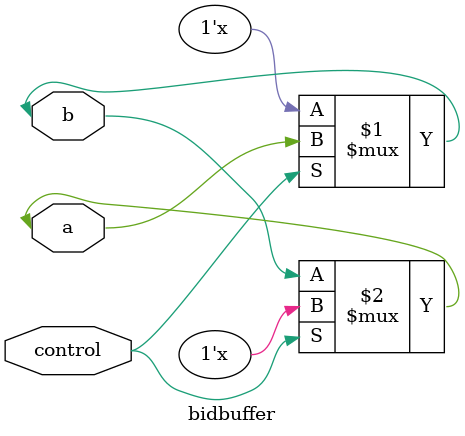
<source format=v>
module bidbuffer(a,b,control);
inout a,b;
input control;
bufif1(b,a,control);
bufif0(a,b,control);
endmodule
</source>
